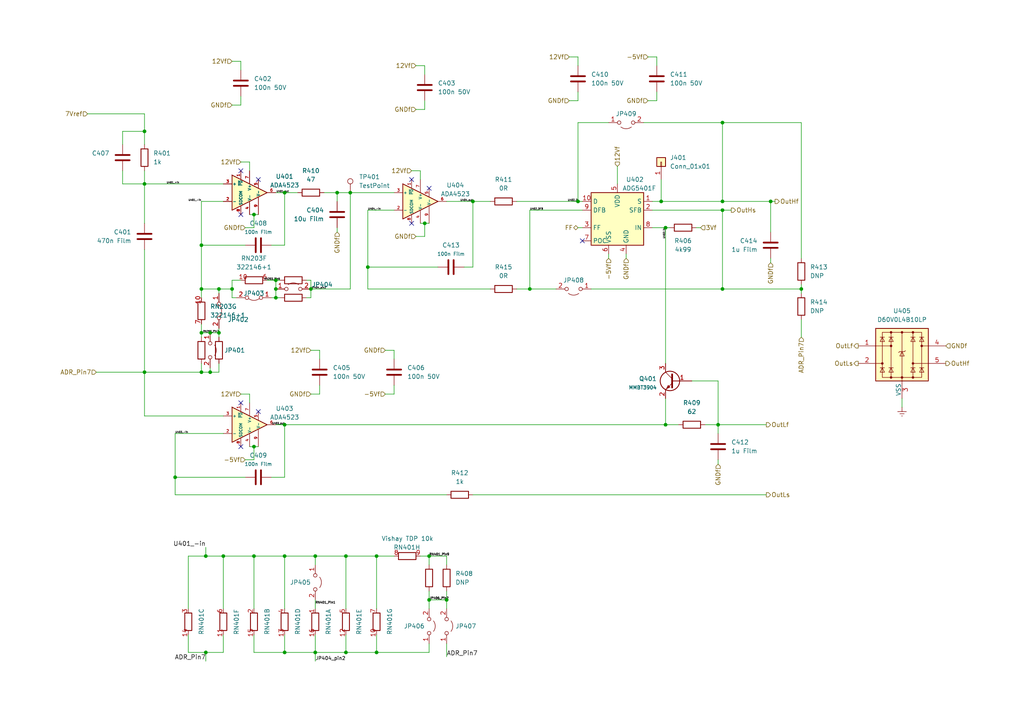
<source format=kicad_sch>
(kicad_sch (version 20211123) (generator eeschema)
  (paper "A4")
  (title_block (title "Buffer and protection") (date "2022-12-26") (rev "0.9") (company "RPG") (comment 1 "All resistors 0.1% MF unless otherwise noted") (comment 2 "All capacitors X7R MLCC unless otherwise noted"))
  (lib_symbols
    (symbol "ADRmu_Library:322146+1" (pin_names (offset 0) hide)
      (property "Reference" "RN" (at 2.032 0 90))
      (property "Value" "322146+1" (at 0 0 90))
      (symbol "322146+1_0_1"
        (rectangle (start 1.016 2.54) (end -1.016 -2.54) (stroke (width 0.254)))
      )
      (symbol "322146+1_1_1"
        (pin passive line (at 0 3.81 270) (length 1.27) (name "1.1") (number "1"))
        (pin passive line (at 0 -3.81 90) (length 1.27) (name "1.2") (number "14"))
      )
      (symbol "322146+1_2_1"
        (pin passive line (at 0 -3.81 90) (length 1.27) (name "R2.2") (number "13"))
        (pin passive line (at 0 3.81 270) (length 1.27) (name "R2.1") (number "2"))
      )
      (symbol "322146+1_3_1"
        (pin passive line (at 0 -3.81 90) (length 1.27) (name "R3.2") (number "12"))
        (pin passive line (at 0 3.81 270) (length 1.27) (name "R3.1") (number "3"))
      )
      (symbol "322146+1_4_1"
        (pin passive line (at 0 -3.81 90) (length 1.27) (name "R4.2") (number "11"))
        (pin passive line (at 0 3.81 270) (length 1.27) (name "R4.1") (number "4"))
      )
      (symbol "322146+1_5_1"
        (pin passive line (at 0 -3.81 90) (length 1.27) (name "R5.2") (number "11"))
        (pin passive line (at 0 3.81 270) (length 1.27) (name "R5.1") (number "5"))
      )
      (symbol "322146+1_6_1"
        (pin passive line (at 0 -3.81 90) (length 1.27) (name "R6.2") (number "10"))
        (pin passive line (at 0 3.81 270) (length 1.27) (name "R6.1") (number "6"))
      )
      (symbol "322146+1_7_1"
        (pin passive line (at 0 -3.81 90) (length 1.27) (name "R7.2") (number "10"))
        (pin passive line (at 0 3.81 270) (length 1.27) (name "R7.1") (number "7"))
      )
      (symbol "322146+1_8_1"
        (pin passive line (at 0 3.81 270) (length 1.27) (name "1.1") (number "8"))
        (pin passive line (at 0 -3.81 90) (length 1.27) (name "8..2") (number "9"))
      )
    )
    (symbol "ADRmu_Library:ADA4523-1" (pin_names (offset 0.127))
      (property "Reference" "U" (at 3.81 3.81 0))
      (property "Value" "ADA4523-1" (at 11.43 -2.54 0))
      (symbol "ADA4523-1_1_1"
        (polyline (pts (xy -5.08 5.08) (xy 5.08 0) (xy -5.08 -5.08) (xy -5.08 5.08)) (stroke (width 0.254)) (fill (type background)))
        (pin input line (at -2.54 6.35 270) (length 2.54) (name "~{PD}") (number "1"))
        (pin input line (at -7.62 -2.54 0) (length 2.54) (name "-") (number "2"))
        (pin input line (at -7.62 2.54 0) (length 2.54) (name "+") (number "3"))
        (pin power_in line (at 0 -6.35 90) (length 3.81) (name "V-") (number "4"))
        (pin free line (at 2.54 3.81 270) (length 2.54) (name "") (number "5"))
        (pin output line (at 7.62 0 180) (length 2.54) (name "~") (number "6"))
        (pin power_in line (at 0 6.35 270) (length 3.81) (name "V+") (number "7"))
        (pin passive line (at -2.54 -6.35 90) (length 2.54) (name "SDCOM") (number "8"))
        (pin power_in line (at 2.54 -6.35 90) (length 5.08) (name "V-") (number "9"))
      )
    )
    (symbol "ADRmu_Library:ADG5401F"
      (property "Reference" "U" (at -8.89 8.89 0))
      (property "Value" "ADG5401F" (at 6.35 8.89 0))
      (property "Footprint" "ADRmu_Library:LFCSP-10" (at 0 0 0))
      (symbol "ADG5401F_0_0"
        (pin bidirectional line (at -10.16 5.08 0) (length 2.54) (name "S") (number "1"))
        (pin bidirectional line (at 10.16 5.08 180) (length 2.54) (name "D") (number "10"))
        (pin bidirectional line (at -10.16 2.54 0) (length 2.54) (name "SFB") (number "2"))
        (pin open_collector line (at 10.16 -2.54 180) (length 2.54) (name "FF") (number "3"))
        (pin power_in line (at -2.54 -10.16 90) (length 2.54) (name "GND") (number "4"))
        (pin power_in line (at 0 10.16 270) (length 2.54) (name "VDD") (number "5"))
        (pin power_in line (at 2.54 -10.16 90) (length 2.54) (name "VSS") (number "6"))
        (pin input line (at 10.16 -6.35 180) (length 2.54) (name "POC") (number "7"))
        (pin input line (at -10.16 -2.54 0) (length 2.54) (name "IN") (number "8"))
        (pin bidirectional line (at 10.16 2.54 180) (length 2.54) (name "DFB") (number "9"))
      )
      (symbol "ADG5401F_0_1"
        (polyline (pts (xy -7.62 7.62) (xy 7.62 7.62) (xy 7.62 -7.62) (xy -7.62 -7.62) (xy -7.62 7.62)) (stroke (width 0.254)) (fill (type background)))
      )
    )
    (symbol "ADRmu_Library:Vishay TDP" (pin_names (offset 0) hide)
      (property "Reference" "RN" (at 2.032 0 90))
      (property "Value" "Vishay TDP" (at 0 0 90))
      (symbol "Vishay TDP_0_1"
        (rectangle (start 1.016 2.54) (end -1.016 -2.54) (stroke (width 0.254)))
      )
      (symbol "Vishay TDP_1_1"
        (pin passive line (at 0 3.81 270) (length 1.27) (name "1.1") (number "1"))
        (pin passive line (at 0 -3.81 90) (length 1.27) (name "1.2") (number "16"))
      )
      (symbol "Vishay TDP_2_1"
        (pin passive line (at 0 -3.81 90) (length 1.27) (name "R2.2") (number "15"))
        (pin passive line (at 0 3.81 270) (length 1.27) (name "R2.1") (number "2"))
      )
      (symbol "Vishay TDP_3_1"
        (pin passive line (at 0 -3.81 90) (length 1.27) (name "R3.2") (number "14"))
        (pin passive line (at 0 3.81 270) (length 1.27) (name "R3.1") (number "3"))
      )
      (symbol "Vishay TDP_4_1"
        (pin passive line (at 0 -3.81 90) (length 1.27) (name "R4.2") (number "13"))
        (pin passive line (at 0 3.81 270) (length 1.27) (name "R4.1") (number "4"))
      )
      (symbol "Vishay TDP_5_1"
        (pin passive line (at 0 -3.81 90) (length 1.27) (name "R5.2") (number "12"))
        (pin passive line (at 0 3.81 270) (length 1.27) (name "R5.1") (number "5"))
      )
      (symbol "Vishay TDP_6_1"
        (pin passive line (at 0 -3.81 90) (length 1.27) (name "R6.2") (number "11"))
        (pin passive line (at 0 3.81 270) (length 1.27) (name "R6.1") (number "6"))
      )
      (symbol "Vishay TDP_7_1"
        (pin passive line (at 0 -3.81 90) (length 1.27) (name "R7.2") (number "10"))
        (pin passive line (at 0 3.81 270) (length 1.27) (name "R7.1") (number "7"))
      )
      (symbol "Vishay TDP_8_1"
        (pin passive line (at 0 3.81 270) (length 1.27) (name "1.1") (number "8"))
        (pin passive line (at 0 -3.81 90) (length 1.27) (name "8..2") (number "9"))
      )
    )
    (symbol "Connector:TestPoint" (pin_numbers hide) (pin_names (offset 0.762) hide)
      (property "Reference" "TP" (at 0 6.858 0))
      (property "Value" "TestPoint" (at 0 5.08 0))
      (symbol "TestPoint_0_1"
        (circle (center 0 3.302) (radius 0.762))
      )
      (symbol "TestPoint_1_1"
        (pin passive line (at 0 0 90) (length 2.54) (name "1") (number "1"))
      )
    )
    (symbol "Connector_Generic:Conn_01x01" (pin_names (offset 1.016) hide)
      (property "Reference" "J" (at 0 2.54 0))
      (property "Value" "Conn_01x01" (at 0 -2.54 0))
      (symbol "Conn_01x01_1_1"
        (rectangle (start -1.27 0.127) (end 0 -0.127) (stroke (width 0.1524)))
        (rectangle (start -1.27 1.27) (end 1.27 -1.27) (stroke (width 0.254)) (fill (type background)))
        (pin passive line (at -5.08 0 0) (length 3.81) (name "Pin_1") (number "1"))
      )
    )
    (symbol "Device:C" (pin_numbers hide) (pin_names (offset 0.254))
      (property "Reference" "C" (at 0.635 2.54 0))
      (property "Value" "C" (at 0.635 -2.54 0))
      (symbol "C_0_1"
        (polyline (pts (xy -2.032 -0.762) (xy 2.032 -0.762)) (stroke (width 0.508)))
        (polyline (pts (xy -2.032 0.762) (xy 2.032 0.762)) (stroke (width 0.508)))
      )
      (symbol "C_1_1"
        (pin passive line (at 0 3.81 270) (length 2.794) (name "~") (number "1"))
        (pin passive line (at 0 -3.81 90) (length 2.794) (name "~") (number "2"))
      )
    )
    (symbol "Device:R" (pin_numbers hide) (pin_names (offset 0))
      (property "Reference" "R" (at 2.032 0 90))
      (property "Value" "R" (at 0 0 90))
      (symbol "R_0_1"
        (rectangle (start -1.016 -2.54) (end 1.016 2.54) (stroke (width 0.254)))
      )
      (symbol "R_1_1"
        (pin passive line (at 0 3.81 270) (length 1.27) (name "~") (number "1"))
        (pin passive line (at 0 -3.81 90) (length 1.27) (name "~") (number "2"))
      )
    )
    (symbol "Jumper:Jumper_2_Bridged" (pin_names (offset 0) hide)
      (property "Reference" "JP" (at 0 1.905 0))
      (property "Value" "Jumper_2_Bridged" (at 0 -2.54 0))
      (symbol "Jumper_2_Bridged_0_0"
        (circle (center -2.032 0) (radius 0.508))
        (circle (center 2.032 0) (radius 0.508))
      )
      (symbol "Jumper_2_Bridged_0_1"
        (arc (start 1.524 0.254) (mid 0 0.762) (end -1.524 0.254))
      )
      (symbol "Jumper_2_Bridged_1_1"
        (pin passive line (at -5.08 0 0) (length 2.54) (name "A") (number "1"))
        (pin passive line (at 5.08 0 180) (length 2.54) (name "B") (number "2"))
      )
    )
    (symbol "Jumper:Jumper_2_Open" (pin_names (offset 0) hide)
      (property "Reference" "JP" (at 0 2.794 0))
      (property "Value" "Jumper_2_Open" (at 0 -2.286 0))
      (symbol "Jumper_2_Open_0_0"
        (circle (center -2.032 0) (radius 0.508))
        (circle (center 2.032 0) (radius 0.508))
      )
      (symbol "Jumper_2_Open_0_1"
        (arc (start 1.524 1.27) (mid 0 1.778) (end -1.524 1.27))
      )
      (symbol "Jumper_2_Open_1_1"
        (pin passive line (at -5.08 0 0) (length 2.54) (name "A") (number "1"))
        (pin passive line (at 5.08 0 180) (length 2.54) (name "B") (number "2"))
      )
    )
    (symbol "Power_Protection:D3V3XA4B10LP" (pin_names (offset 0))
      (property "Reference" "U" (at -0.635 8.89 0))
      (property "Value" "D3V3XA4B10LP" (at 8.89 -10.16 0))
      (symbol "D3V3XA4B10LP_0_0"
        (rectangle (start -5.715 6.477) (end 5.715 -6.604))
        (polyline (pts (xy -3.175 -6.604) (xy -3.175 6.477)))
        (polyline (pts (xy 0 6.477) (xy 0 -6.604)))
        (polyline (pts (xy 3.175 6.477) (xy 3.175 -6.604)))
      )
      (symbol "D3V3XA4B10LP_0_1"
        (rectangle (start -7.62 7.62) (end 7.62 -7.62) (stroke (width 0.254)) (fill (type background)))
        (circle (center -5.715 -2.54) (radius 0.2794) (fill (type outline)))
        (circle (center -3.175 -6.604) (radius 0.2794) (fill (type outline)))
        (circle (center -3.175 2.54) (radius 0.2794) (fill (type outline)))
        (circle (center -3.175 6.477) (radius 0.2794) (fill (type outline)))
        (circle (center 0 -6.604) (radius 0.2794) (fill (type outline)))
        (polyline (pts (xy -7.747 2.54) (xy -3.175 2.54)))
        (polyline (pts (xy -7.62 -2.54) (xy -5.715 -2.54)))
        (polyline (pts (xy -5.08 -3.81) (xy -6.35 -3.81)))
        (polyline (pts (xy -5.08 5.08) (xy -6.35 5.08)))
        (polyline (pts (xy -2.54 -3.81) (xy -3.81 -3.81)))
        (polyline (pts (xy -2.54 5.08) (xy -3.81 5.08)))
        (polyline (pts (xy -0.635 0.889) (xy -1.016 0.635)))
        (polyline (pts (xy 0 -6.604) (xy 0 -7.62)))
        (polyline (pts (xy 0.635 0.889) (xy -0.635 0.889)))
        (polyline (pts (xy 0.635 0.889) (xy 1.016 1.143)))
        (polyline (pts (xy 3.81 -3.81) (xy 2.54 -3.81)))
        (polyline (pts (xy 3.81 5.08) (xy 2.54 5.08)))
        (polyline (pts (xy 6.35 -3.81) (xy 5.08 -3.81)))
        (polyline (pts (xy 6.35 5.08) (xy 5.08 5.08)))
        (polyline (pts (xy 7.62 -2.54) (xy 3.175 -2.54)))
        (polyline (pts (xy 7.62 2.54) (xy 5.715 2.54)))
        (polyline (pts (xy -5.08 -5.08) (xy -6.35 -5.08) (xy -5.715 -3.81) (xy -5.08 -5.08)))
        (polyline (pts (xy -5.08 3.81) (xy -6.35 3.81) (xy -5.715 5.08) (xy -5.08 3.81)))
        (polyline (pts (xy -2.54 -5.08) (xy -3.81 -5.08) (xy -3.175 -3.81) (xy -2.54 -5.08)))
        (polyline (pts (xy -2.54 3.81) (xy -3.81 3.81) (xy -3.175 5.08) (xy -2.54 3.81)))
        (polyline (pts (xy 0.635 -0.381) (xy -0.635 -0.381) (xy 0 0.889) (xy 0.635 -0.381)))
        (polyline (pts (xy 3.81 -5.08) (xy 2.54 -5.08) (xy 3.175 -3.81) (xy 3.81 -5.08)))
        (polyline (pts (xy 3.81 3.81) (xy 2.54 3.81) (xy 3.175 5.08) (xy 3.81 3.81)))
        (polyline (pts (xy 6.35 -5.08) (xy 5.08 -5.08) (xy 5.715 -3.81) (xy 6.35 -5.08)))
        (polyline (pts (xy 6.35 3.81) (xy 5.08 3.81) (xy 5.715 5.08) (xy 6.35 3.81)))
        (circle (center 0 6.477) (radius 0.2794) (fill (type outline)))
        (circle (center 3.175 -6.604) (radius 0.2794) (fill (type outline)))
        (circle (center 3.175 -2.54) (radius 0.2794) (fill (type outline)))
        (circle (center 3.175 6.477) (radius 0.2794) (fill (type outline)))
        (circle (center 5.715 2.54) (radius 0.2794) (fill (type outline)))
      )
      (symbol "D3V3XA4B10LP_1_1"
        (pin passive line (at -12.7 2.54 0) (length 5.08) (name "~") (number "1"))
        (pin no_connect line (at -5.08 7.62 0) (length 5.08) hide (name "NC") (number "10"))
        (pin passive line (at -12.7 -2.54 0) (length 5.08) (name "~") (number "2"))
        (pin power_in line (at 0 -12.7 90) (length 5.08) (name "VSS") (number "3"))
        (pin passive line (at 12.7 2.54 180) (length 5.08) (name "~") (number "4"))
        (pin passive line (at 12.7 -2.54 180) (length 5.08) (name "~") (number "5"))
        (pin no_connect line (at 5.08 -7.62 180) (length 5.08) hide (name "NC") (number "6"))
        (pin no_connect line (at 5.08 7.62 180) (length 5.08) hide (name "NC") (number "7"))
        (pin passive line (at 0 -12.7 90) (length 5.08) hide (name "VSS") (number "8"))
        (pin no_connect line (at -5.08 -7.62 0) (length 5.08) hide (name "NC") (number "9"))
      )
    )
    (symbol "Transistor_BJT:MMBT3904" (pin_names (offset 0) hide)
      (property "Reference" "Q" (at 5.08 1.905 0))
      (property "Value" "MMBT3904" (at 5.08 0 0))
      (symbol "MMBT3904_0_1"
        (polyline (pts (xy 0.635 0.635) (xy 2.54 2.54)))
        (polyline (pts (xy 0.635 -0.635) (xy 2.54 -2.54) (xy 2.54 -2.54)))
        (polyline (pts (xy 0.635 1.905) (xy 0.635 -1.905) (xy 0.635 -1.905)) (stroke (width 0.508)))
        (polyline (pts (xy 1.27 -1.778) (xy 1.778 -1.27) (xy 2.286 -2.286) (xy 1.27 -1.778) (xy 1.27 -1.778)) (fill (type outline)))
        (circle (center 1.27 0) (radius 2.8194) (stroke (width 0.254)))
      )
      (symbol "MMBT3904_1_1"
        (pin input line (at -5.08 0 0) (length 5.715) (name "B") (number "1"))
        (pin passive line (at 2.54 -5.08 90) (length 2.54) (name "E") (number "2"))
        (pin passive line (at 2.54 5.08 270) (length 2.54) (name "C") (number "3"))
      )
    )
    (symbol "power:Earth" (power) (pin_names (offset 0))
      (symbol "Earth_0_1"
        (polyline (pts (xy -0.635 -1.905) (xy 0.635 -1.905)))
        (polyline (pts (xy -0.127 -2.54) (xy 0.127 -2.54)))
        (polyline (pts (xy 0 -1.27) (xy 0 0)))
        (polyline (pts (xy 1.27 -1.27) (xy -1.27 -1.27)))
      )
      (symbol "Earth_1_1"
        (pin power_in line (at 0 0 270) (length 0) hide (name "Earth") (number "1"))
      )
    )
  )
  (junction (at 82.55 161.29))
  (junction (at 82.55 189.23))
  (junction (at 64.77 161.29))
  (junction (at 59.69 189.23))
  (junction (at 101.6 55.88))
  (junction (at 209.55 58.42))
  (junction (at 153.67 83.82))
  (junction (at 82.55 123.19))
  (junction (at 41.91 38.1))
  (junction (at 80.01 83.82))
  (junction (at 67.31 83.82))
  (junction (at 73.66 62.23))
  (junction (at 124.46 161.29))
  (junction (at 97.79 55.88))
  (junction (at 209.55 83.82))
  (junction (at 124.46 173.99))
  (junction (at 58.42 96.52))
  (junction (at 59.69 161.29))
  (junction (at 63.5 83.82))
  (junction (at 50.8 138.43))
  (junction (at 106.68 77.47))
  (junction (at 60.96 96.52))
  (junction (at 73.66 161.29))
  (junction (at 129.54 173.99))
  (junction (at 91.44 161.29))
  (junction (at 58.42 83.82))
  (junction (at 73.66 129.54))
  (junction (at 90.17 83.82))
  (junction (at 82.55 55.88))
  (junction (at 167.64 58.42))
  (junction (at 191.77 58.42))
  (junction (at 193.04 123.19))
  (junction (at 109.22 161.29))
  (junction (at 58.42 107.95))
  (junction (at 41.91 107.95))
  (junction (at 41.91 53.34))
  (junction (at 137.16 58.42))
  (junction (at 232.41 83.82))
  (junction (at 63.5 96.52))
  (junction (at 109.22 189.23))
  (junction (at 58.42 71.12))
  (junction (at 100.33 161.29))
  (junction (at 60.96 107.95))
  (junction (at 80.01 86.36))
  (junction (at 80.01 81.28))
  (junction (at 209.55 35.56))
  (junction (at 209.55 60.96))
  (junction (at 193.04 66.04))
  (junction (at 123.19 64.77))
  (junction (at 223.52 58.42))
  (junction (at 208.28 123.19))
  (junction (at 91.44 189.23))
  (junction (at 100.33 189.23))
  (no_connect (at 119.38 52.07))
  (no_connect (at 119.38 64.77))
  (no_connect (at 69.85 62.23))
  (no_connect (at 69.85 129.54))
  (no_connect (at 69.85 49.53))
  (no_connect (at 69.85 116.84))
  (no_connect (at 74.93 52.07))
  (no_connect (at 124.46 54.61))
  (no_connect (at 74.93 119.38))
  (no_connect (at 168.91 69.85))
  (wire (pts (xy 153.67 60.96) (xy 153.67 83.82)))
  (wire (pts (xy 209.55 83.82) (xy 232.41 83.82)))
  (wire (pts (xy 50.8 125.73) (xy 64.77 125.73)))
  (wire (pts (xy 60.96 106.68) (xy 60.96 107.95)))
  (wire (pts (xy 123.19 68.58) (xy 120.65 68.58)))
  (wire (pts (xy 68.58 86.36) (xy 67.31 86.36)))
  (wire (pts (xy 153.67 60.96) (xy 168.91 60.96)))
  (wire (pts (xy 101.6 55.88) (xy 97.79 55.88)))
  (wire (pts (xy 90.17 83.82) (xy 90.17 86.36)))
  (wire (pts (xy 123.19 64.77) (xy 123.19 68.58)))
  (wire (pts (xy 209.55 60.96) (xy 212.09 60.96)))
  (wire (pts (xy 25.4 33.02) (xy 41.91 33.02)))
  (wire (pts (xy 71.12 71.12) (xy 58.42 71.12)))
  (wire (pts (xy 74.93 62.23) (xy 73.66 62.23)))
  (wire (pts (xy 80.01 55.88) (xy 82.55 55.88)))
  (wire (pts (xy 80.01 83.82) (xy 80.01 86.36)))
  (wire (pts (xy 41.91 72.39) (xy 41.91 107.95)))
  (wire (pts (xy 187.96 29.21) (xy 190.5 29.21)))
  (wire (pts (xy 90.17 114.3) (xy 92.71 114.3)))
  (wire (pts (xy 90.17 81.28) (xy 90.17 83.82)))
  (wire (pts (xy 58.42 83.82) (xy 63.5 83.82)))
  (wire (pts (xy 120.65 31.75) (xy 123.19 31.75)))
  (wire (pts (xy 67.31 86.36) (xy 67.31 83.82)))
  (wire (pts (xy 60.96 107.95) (xy 63.5 107.95)))
  (wire (pts (xy 232.41 92.71) (xy 232.41 97.79)))
  (wire (pts (xy 114.3 101.6) (xy 114.3 104.14)))
  (wire (pts (xy 91.44 173.99) (xy 91.44 176.53)))
  (wire (pts (xy 223.52 67.31) (xy 223.52 58.42)))
  (wire (pts (xy 59.69 161.29) (xy 64.77 161.29)))
  (wire (pts (xy 58.42 105.41) (xy 58.42 107.95)))
  (wire (pts (xy 73.66 129.54) (xy 73.66 133.35)))
  (wire (pts (xy 109.22 184.15) (xy 109.22 189.23)))
  (wire (pts (xy 59.69 189.23) (xy 59.69 191.77)))
  (wire (pts (xy 82.55 189.23) (xy 91.44 189.23)))
  (wire (pts (xy 165.1 29.21) (xy 167.64 29.21)))
  (wire (pts (xy 191.77 58.42) (xy 191.77 52.07)))
  (wire (pts (xy 208.28 123.19) (xy 204.47 123.19)))
  (wire (pts (xy 149.86 83.82) (xy 153.67 83.82)))
  (wire (pts (xy 232.41 82.55) (xy 232.41 83.82)))
  (wire (pts (xy 63.5 105.41) (xy 63.5 107.95)))
  (wire (pts (xy 124.46 189.23) (xy 124.46 186.69)))
  (wire (pts (xy 193.04 115.57) (xy 193.04 123.19)))
  (wire (pts (xy 78.74 71.12) (xy 82.55 71.12)))
  (wire (pts (xy 181.61 74.93) (xy 181.61 73.66)))
  (wire (pts (xy 92.71 101.6) (xy 92.71 104.14)))
  (wire (pts (xy 209.55 58.42) (xy 223.52 58.42)))
  (wire (pts (xy 149.86 58.42) (xy 167.64 58.42)))
  (wire (pts (xy 232.41 85.09) (xy 232.41 83.82)))
  (wire (pts (xy 186.69 35.56) (xy 209.55 35.56)))
  (wire (pts (xy 73.66 161.29) (xy 82.55 161.29)))
  (wire (pts (xy 167.64 35.56) (xy 176.53 35.56)))
  (wire (pts (xy 82.55 161.29) (xy 91.44 161.29)))
  (wire (pts (xy 67.31 30.48) (xy 69.85 30.48)))
  (wire (pts (xy 50.8 125.73) (xy 50.8 138.43)))
  (wire (pts (xy 100.33 184.15) (xy 100.33 189.23)))
  (wire (pts (xy 129.54 58.42) (xy 137.16 58.42)))
  (wire (pts (xy 223.52 58.42) (xy 224.79 58.42)))
  (wire (pts (xy 129.54 190.5) (xy 129.54 186.69)))
  (wire (pts (xy 127 77.47) (xy 106.68 77.47)))
  (wire (pts (xy 69.85 17.78) (xy 69.85 20.32)))
  (wire (pts (xy 179.07 48.26) (xy 179.07 53.34)))
  (wire (pts (xy 80.01 86.36) (xy 81.28 86.36)))
  (wire (pts (xy 120.65 19.05) (xy 123.19 19.05)))
  (wire (pts (xy 167.64 26.67) (xy 167.64 29.21)))
  (wire (pts (xy 35.56 53.34) (xy 41.91 53.34)))
  (wire (pts (xy 58.42 83.82) (xy 58.42 86.36)))
  (wire (pts (xy 190.5 26.67) (xy 190.5 29.21)))
  (wire (pts (xy 72.39 114.3) (xy 72.39 116.84)))
  (wire (pts (xy 129.54 176.53) (xy 129.54 173.99)))
  (wire (pts (xy 82.55 184.15) (xy 82.55 189.23)))
  (wire (pts (xy 187.96 16.51) (xy 190.5 16.51)))
  (wire (pts (xy 73.66 66.04) (xy 71.12 66.04)))
  (wire (pts (xy 82.55 71.12) (xy 82.55 55.88)))
  (wire (pts (xy 63.5 97.79) (xy 63.5 96.52)))
  (wire (pts (xy 82.55 161.29) (xy 82.55 176.53)))
  (wire (pts (xy 109.22 189.23) (xy 124.46 189.23)))
  (wire (pts (xy 261.62 118.11) (xy 261.62 115.57)))
  (wire (pts (xy 91.44 161.29) (xy 100.33 161.29)))
  (wire (pts (xy 114.3 111.76) (xy 114.3 114.3)))
  (wire (pts (xy 69.85 27.94) (xy 69.85 30.48)))
  (wire (pts (xy 27.94 107.95) (xy 41.91 107.95)))
  (wire (pts (xy 106.68 83.82) (xy 142.24 83.82)))
  (wire (pts (xy 119.38 49.53) (xy 121.92 49.53)))
  (wire (pts (xy 114.3 60.96) (xy 106.68 60.96)))
  (wire (pts (xy 73.66 184.15) (xy 73.66 189.23)))
  (wire (pts (xy 167.64 16.51) (xy 167.64 19.05)))
  (wire (pts (xy 69.85 46.99) (xy 72.39 46.99)))
  (wire (pts (xy 124.46 161.29) (xy 129.54 161.29)))
  (wire (pts (xy 153.67 83.82) (xy 161.29 83.82)))
  (wire (pts (xy 137.16 77.47) (xy 137.16 58.42)))
  (wire (pts (xy 41.91 64.77) (xy 41.91 53.34)))
  (wire (pts (xy 201.93 66.04) (xy 203.2 66.04)))
  (wire (pts (xy 63.5 95.25) (xy 63.5 96.52)))
  (wire (pts (xy 78.74 138.43) (xy 82.55 138.43)))
  (wire (pts (xy 129.54 173.99) (xy 129.54 171.45)))
  (wire (pts (xy 209.55 35.56) (xy 232.41 35.56)))
  (wire (pts (xy 189.23 66.04) (xy 193.04 66.04)))
  (wire (pts (xy 91.44 189.23) (xy 91.44 191.77)))
  (wire (pts (xy 124.46 176.53) (xy 124.46 173.99)))
  (wire (pts (xy 111.76 114.3) (xy 114.3 114.3)))
  (wire (pts (xy 35.56 49.53) (xy 35.56 53.34)))
  (wire (pts (xy 50.8 143.51) (xy 50.8 138.43)))
  (wire (pts (xy 54.61 161.29) (xy 59.69 161.29)))
  (wire (pts (xy 121.92 161.29) (xy 124.46 161.29)))
  (wire (pts (xy 41.91 53.34) (xy 64.77 53.34)))
  (wire (pts (xy 165.1 16.51) (xy 167.64 16.51)))
  (wire (pts (xy 72.39 46.99) (xy 72.39 49.53)))
  (wire (pts (xy 69.85 114.3) (xy 72.39 114.3)))
  (wire (pts (xy 176.53 74.93) (xy 176.53 73.66)))
  (wire (pts (xy 109.22 161.29) (xy 109.22 176.53)))
  (wire (pts (xy 106.68 77.47) (xy 106.68 83.82)))
  (wire (pts (xy 91.44 161.29) (xy 91.44 163.83)))
  (wire (pts (xy 208.28 125.73) (xy 208.28 123.19)))
  (wire (pts (xy 232.41 74.93) (xy 232.41 35.56)))
  (wire (pts (xy 100.33 161.29) (xy 100.33 176.53)))
  (wire (pts (xy 59.69 189.23) (xy 64.77 189.23)))
  (wire (pts (xy 63.5 96.52) (xy 60.96 96.52)))
  (wire (pts (xy 124.46 173.99) (xy 124.46 171.45)))
  (wire (pts (xy 189.23 58.42) (xy 191.77 58.42)))
  (wire (pts (xy 41.91 33.02) (xy 41.91 38.1)))
  (wire (pts (xy 81.28 81.28) (xy 80.01 81.28)))
  (wire (pts (xy 93.98 55.88) (xy 97.79 55.88)))
  (wire (pts (xy 90.17 86.36) (xy 88.9 86.36)))
  (wire (pts (xy 88.9 81.28) (xy 90.17 81.28)))
  (wire (pts (xy 121.92 49.53) (xy 121.92 52.07)))
  (wire (pts (xy 90.17 101.6) (xy 92.71 101.6)))
  (wire (pts (xy 101.6 83.82) (xy 101.6 55.88)))
  (wire (pts (xy 64.77 161.29) (xy 64.77 176.53)))
  (wire (pts (xy 92.71 111.76) (xy 92.71 114.3)))
  (wire (pts (xy 129.54 143.51) (xy 50.8 143.51)))
  (wire (pts (xy 134.62 77.47) (xy 137.16 77.47)))
  (wire (pts (xy 111.76 101.6) (xy 114.3 101.6)))
  (wire (pts (xy 59.69 158.75) (xy 59.69 161.29)))
  (wire (pts (xy 41.91 120.65) (xy 41.91 107.95)))
  (wire (pts (xy 80.01 81.28) (xy 80.01 83.82)))
  (wire (pts (xy 35.56 41.91) (xy 35.56 38.1)))
  (wire (pts (xy 200.66 110.49) (xy 208.28 110.49)))
  (wire (pts (xy 64.77 58.42) (xy 58.42 58.42)))
  (wire (pts (xy 35.56 38.1) (xy 41.91 38.1)))
  (wire (pts (xy 208.28 134.62) (xy 208.28 133.35)))
  (wire (pts (xy 223.52 74.93) (xy 223.52 76.2)))
  (wire (pts (xy 167.64 58.42) (xy 168.91 58.42)))
  (wire (pts (xy 190.5 16.51) (xy 190.5 19.05)))
  (wire (pts (xy 193.04 66.04) (xy 193.04 105.41)))
  (wire (pts (xy 54.61 189.23) (xy 59.69 189.23)))
  (wire (pts (xy 58.42 93.98) (xy 58.42 96.52)))
  (wire (pts (xy 82.55 123.19) (xy 82.55 138.43)))
  (wire (pts (xy 208.28 110.49) (xy 208.28 123.19)))
  (wire (pts (xy 73.66 129.54) (xy 72.39 129.54)))
  (wire (pts (xy 208.28 123.19) (xy 222.25 123.19)))
  (wire (pts (xy 63.5 83.82) (xy 63.5 85.09)))
  (wire (pts (xy 97.79 58.42) (xy 97.79 55.88)))
  (wire (pts (xy 67.31 81.28) (xy 69.85 81.28)))
  (wire (pts (xy 91.44 189.23) (xy 100.33 189.23)))
  (wire (pts (xy 97.79 67.31) (xy 97.79 66.04)))
  (wire (pts (xy 58.42 96.52) (xy 58.42 97.79)))
  (wire (pts (xy 90.17 83.82) (xy 101.6 83.82)))
  (wire (pts (xy 64.77 189.23) (xy 64.77 184.15)))
  (wire (pts (xy 54.61 184.15) (xy 54.61 189.23)))
  (wire (pts (xy 209.55 60.96) (xy 209.55 83.82)))
  (wire (pts (xy 74.93 129.54) (xy 73.66 129.54)))
  (wire (pts (xy 109.22 161.29) (xy 114.3 161.29)))
  (wire (pts (xy 77.47 81.28) (xy 80.01 81.28)))
  (wire (pts (xy 80.01 123.19) (xy 82.55 123.19)))
  (wire (pts (xy 222.25 143.51) (xy 137.16 143.51)))
  (wire (pts (xy 100.33 161.29) (xy 109.22 161.29)))
  (wire (pts (xy 106.68 60.96) (xy 106.68 77.47)))
  (wire (pts (xy 41.91 38.1) (xy 41.91 41.91)))
  (wire (pts (xy 63.5 83.82) (xy 67.31 83.82)))
  (wire (pts (xy 67.31 17.78) (xy 69.85 17.78)))
  (wire (pts (xy 41.91 107.95) (xy 58.42 107.95)))
  (wire (pts (xy 193.04 66.04) (xy 194.31 66.04)))
  (wire (pts (xy 123.19 19.05) (xy 123.19 21.59)))
  (wire (pts (xy 82.55 123.19) (xy 193.04 123.19)))
  (wire (pts (xy 67.31 83.82) (xy 67.31 81.28)))
  (wire (pts (xy 73.66 189.23) (xy 82.55 189.23)))
  (wire (pts (xy 50.8 138.43) (xy 71.12 138.43)))
  (wire (pts (xy 58.42 71.12) (xy 58.42 83.82)))
  (wire (pts (xy 73.66 62.23) (xy 72.39 62.23)))
  (wire (pts (xy 123.19 29.21) (xy 123.19 31.75)))
  (wire (pts (xy 137.16 58.42) (xy 142.24 58.42)))
  (wire (pts (xy 191.77 58.42) (xy 209.55 58.42)))
  (wire (pts (xy 167.64 66.04) (xy 168.91 66.04)))
  (wire (pts (xy 58.42 58.42) (xy 58.42 71.12)))
  (wire (pts (xy 114.3 55.88) (xy 101.6 55.88)))
  (wire (pts (xy 124.46 64.77) (xy 123.19 64.77)))
  (wire (pts (xy 171.45 83.82) (xy 209.55 83.82)))
  (wire (pts (xy 58.42 107.95) (xy 60.96 107.95)))
  (wire (pts (xy 167.64 58.42) (xy 167.64 35.56)))
  (wire (pts (xy 82.55 55.88) (xy 86.36 55.88)))
  (wire (pts (xy 124.46 163.83) (xy 124.46 161.29)))
  (wire (pts (xy 73.66 161.29) (xy 73.66 176.53)))
  (wire (pts (xy 123.19 64.77) (xy 121.92 64.77)))
  (wire (pts (xy 73.66 133.35) (xy 71.12 133.35)))
  (wire (pts (xy 209.55 35.56) (xy 209.55 58.42)))
  (wire (pts (xy 129.54 163.83) (xy 129.54 161.29)))
  (wire (pts (xy 73.66 62.23) (xy 73.66 66.04)))
  (wire (pts (xy 124.46 173.99) (xy 129.54 173.99)))
  (wire (pts (xy 193.04 123.19) (xy 196.85 123.19)))
  (wire (pts (xy 100.33 189.23) (xy 109.22 189.23)))
  (wire (pts (xy 64.77 161.29) (xy 73.66 161.29)))
  (wire (pts (xy 78.74 86.36) (xy 80.01 86.36)))
  (wire (pts (xy 60.96 96.52) (xy 58.42 96.52)))
  (wire (pts (xy 54.61 176.53) (xy 54.61 161.29)))
  (wire (pts (xy 64.77 120.65) (xy 41.91 120.65)))
  (wire (pts (xy 41.91 49.53) (xy 41.91 53.34)))
  (wire (pts (xy 91.44 184.15) (xy 91.44 189.23)))
  (wire (pts (xy 189.23 60.96) (xy 209.55 60.96)))
  (label "U402_D" (at 167.64 58.42 180) (effects (font (size 0.5 0.5))))
  (label "U403_-in" (at 50.8 125.73 0) (effects (font (size 0.5 0.5))))
  (label "U401_-in" (at 59.69 158.75 180))
  (label "JP404_pin2" (at 91.44 191.77 0) (effects (font (size 1 1))))
  (label "U402_in" (at 193.04 66.04 270) (effects (font (size 0.5 0.5))))
  (label "U402_DFB" (at 153.67 60.96 0) (effects (font (size 0.5 0.5))))
  (label "RN401_Pin9" (at 124.46 161.29 0) (effects (font (size 0.635 0.635))))
  (label "RN203_Pin7" (at 63.5 96.52 180) (effects (font (size 0.5 0.5))))
  (label "U403_out" (at 82.55 123.19 180) (effects (font (size 0.5 0.5))))
  (label "ADR_Pin7" (at 59.69 191.6668 180))
  (label "JP404_pin2" (at 90.17 83.82 0) (effects (font (size 0.5 0.5))))
  (label "U401_-in" (at 58.42 58.42 180) (effects (font (size 0.5 0.5))))
  (label "U401_+in" (at 52.07 53.34 180) (effects (font (size 0.5 0.5))))
  (label "U401_out" (at 83.82 55.88 180) (effects (font (size 0.5 0.5))))
  (label "U404_-in" (at 106.68 60.96 0) (effects (font (size 0.5 0.5))))
  (label "U404_out" (at 137.16 58.42 180) (effects (font (size 0.5 0.5))))
  (label "JP406_Pin2" (at 124.46 173.99 0) (effects (font (size 0.635 0.635))))
  (label "RN401_Pin1" (at 91.44 175.26 0) (effects (font (size 0.635 0.635))))
  (label "RN203_Pin6" (at 81.28 81.28 180) (effects (font (size 0.5 0.5))))
  (label "ADR_Pin7" (at 129.54 190.5 0))
  (hierarchical_label "OutHf" (shape output) (at 274.32 105.41 0))
  (hierarchical_label "12Vf" (shape input) (at 69.85 46.99 180))
  (hierarchical_label "12Vf" (shape input) (at 67.31 17.78 180))
  (hierarchical_label "-5Vf" (shape input) (at 71.12 133.35 180))
  (hierarchical_label "GNDf" (shape input) (at 274.32 100.33 0))
  (hierarchical_label "OutHs" (shape output) (at 212.09 60.96 0))
  (hierarchical_label "GNDf" (shape input) (at 181.61 74.93 270))
  (hierarchical_label "3Vf" (shape input) (at 203.2 66.04 0))
  (hierarchical_label "GNDf" (shape input) (at 97.79 67.31 270))
  (hierarchical_label "12Vf" (shape input) (at 179.07 48.26 90))
  (hierarchical_label "12Vf" (shape input) (at 120.65 19.05 180))
  (hierarchical_label "FF" (shape bidirectional) (at 167.64 66.04 180))
  (hierarchical_label "GNDf" (shape input) (at 223.52 76.2 270))
  (hierarchical_label "GNDf" (shape input) (at 120.65 68.58 180))
  (hierarchical_label "GNDf" (shape input) (at 208.28 134.62 270))
  (hierarchical_label "7Vref" (shape input) (at 25.4 33.02 180))
  (hierarchical_label "12Vf" (shape input) (at 90.17 101.6 180))
  (hierarchical_label "-5Vf" (shape input) (at 111.76 114.3 180))
  (hierarchical_label "-5Vf" (shape input) (at 176.53 74.93 270))
  (hierarchical_label "GNDf" (shape input) (at 187.96 29.21 180))
  (hierarchical_label "OutHf" (shape output) (at 224.79 58.42 0))
  (hierarchical_label "OutLs" (shape output) (at 248.92 105.41 180))
  (hierarchical_label "OutLf" (shape output) (at 248.92 100.33 180))
  (hierarchical_label "GNDf" (shape input) (at 165.1 29.21 180))
  (hierarchical_label "ADR_Pin7" (shape input) (at 232.41 97.79 270))
  (hierarchical_label "12Vf" (shape input) (at 119.38 49.53 180))
  (hierarchical_label "OutLf" (shape output) (at 222.25 123.19 0))
  (hierarchical_label "-5Vf" (shape input) (at 187.96 16.51 180))
  (hierarchical_label "12Vf" (shape input) (at 165.1 16.51 180))
  (hierarchical_label "OutLs" (shape output) (at 222.25 143.51 0))
  (hierarchical_label "GNDf" (shape input) (at 71.12 66.04 180))
  (hierarchical_label "GNDf" (shape input) (at 90.17 114.3 180))
  (hierarchical_label "GNDf" (shape input) (at 111.76 101.6 180))
  (hierarchical_label "12Vf" (shape input) (at 69.85 114.3 180))
  (hierarchical_label "GNDf" (shape input) (at 120.65 31.75 180))
  (hierarchical_label "ADR_Pin7" (shape input) (at 27.94 107.95 180))
  (hierarchical_label "GNDf" (shape input) (at 67.31 30.48 180))
  (symbol (lib_id "Device:C") (at 223.52 71.12 0) (unit 1)
    (property "Reference" "C414" (at 219.71 69.8499 0) (effects (justify right)))
    (property "Value" "1u Film" (at 219.71 72.3899 0) (effects (justify right)))
    (property "Footprint" "Capacitor_THT:C_Rect_L4.6mm_W5.5mm_P2.50mm_MKS02_FKP02" (effects hide))
  )
  (symbol (lib_id "Device:R") (at 232.41 78.74 180) (unit 1) (in_bom no)
    (property "Reference" "R413" (at 234.95 77.4699 0) (effects (justify right)))
    (property "Value" "DNP" (at 234.95 80.0099 0) (effects (justify right)))
    (property "Footprint" "Resistor_SMD:R_0805_2012Metric" (effects hide))
  )
  (symbol (lib_id "Device:R") (at 41.91 45.72 180) (unit 1)
    (property "Reference" "R401" (at 44.45 44.4499 0) (effects (justify right)))
    (property "Value" "1k" (at 44.45 46.9899 0) (effects (justify right)))
    (property "Footprint" "Resistor_SMD:R_0805_2012Metric" (effects hide))
  )
  (symbol (lib_id "Device:R") (at 133.35 143.51 270) (unit 1)
    (property "Reference" "R412" (at 133.35 137.16 90))
    (property "Value" "1k" (at 133.35 139.7 90))
    (property "Footprint" "Resistor_SMD:R_0805_2012Metric" (effects hide))
  )
  (symbol (lib_id "ADRmu_Library:Vishay TDP") (at 54.61 180.34 0) (unit 3) (in_bom no)
    (property "Reference" "RN401" (at 58.42 184.15 90) (effects (justify left)))
    (property "Value" "Vishay TDP 10k" (effects hide))
    (property "Footprint" "Package_DIP:DIP-16_W7.62mm" (effects hide))
    (property "Datasheet" "https://www.vishay.com/docs/60045/tdp.pdf" (effects hide))
  )
  (symbol (lib_id "Connector_Generic:Conn_01x01") (at 191.77 46.99 90) (unit 1) (in_bom no)
    (property "Reference" "J401" (at 194.31 45.7199 90) (effects (justify right)))
    (property "Value" "Conn_01x01" (at 194.31 48.2599 90) (effects (justify right)))
    (property "Footprint" "Connector_Wire:SolderWirePad_1x01_SMD_1x2mm" (effects hide))
  )
  (symbol (lib_id "ADRmu_Library:Vishay TDP") (at 73.66 180.34 0) (unit 2) (in_bom no)
    (property "Reference" "RN401" (at 77.47 184.15 90) (effects (justify left)))
    (property "Value" "Vishay TDP 10k" (effects hide))
    (property "Footprint" "Package_DIP:DIP-16_W7.62mm" (effects hide))
    (property "Datasheet" "https://www.vishay.com/docs/60045/tdp.pdf" (effects hide))
  )
  (symbol (lib_id "Device:R") (at 85.09 86.36 90) (unit 1) (in_bom no)
    (property "Reference" "R405" (effects hide))
    (property "Value" "0" (effects hide))
    (property "Footprint" "Crystal:Crystal_HC52-U_Vertical" (effects hide))
  )
  (symbol (lib_id "ADRmu_Library:Vishay TDP") (at 64.77 180.34 0) (unit 6) (in_bom no)
    (property "Reference" "RN401" (at 68.58 184.15 90) (effects (justify left)))
    (property "Value" "Vishay TDP 10k" (effects hide))
    (property "Footprint" "Package_DIP:DIP-16_W7.62mm" (effects hide))
    (property "Datasheet" "https://www.vishay.com/docs/60045/tdp.pdf" (effects hide))
  )
  (symbol (lib_id "Device:R") (at 58.42 101.6 0) (unit 1) (in_bom no)
    (property "Reference" "R402" (effects hide))
    (property "Value" "0" (effects hide))
    (property "Footprint" "Crystal:Crystal_HC52-U_Vertical" (effects hide))
  )
  (symbol (lib_id "ADRmu_Library:Vishay TDP") (at 118.11 161.29 90) (mirror x) (unit 8) (in_bom no)
    (property "Reference" "RN401" (at 121.92 158.75 90) (effects (justify left)))
    (property "Value" "Vishay TDP 10k" (at 125.73 156.21 90) (effects (justify left)))
    (property "Footprint" "Package_DIP:DIP-16_W7.62mm" (effects hide))
    (property "Datasheet" "https://www.vishay.com/docs/60045/tdp.pdf" (effects hide))
  )
  (symbol (lib_id "Device:R") (at 85.09 81.28 90) (unit 1) (in_bom no)
    (property "Reference" "R404" (effects hide))
    (property "Value" "0" (effects hide))
    (property "Footprint" "Resistor_SMD:R_0805_2012Metric" (effects hide))
  )
  (symbol (lib_id "Device:C") (at 74.93 71.12 270) (unit 1)
    (property "Reference" "C408" (at 74.93 64.77 90))
    (property "Value" "100n Film" (at 74.93 67.31 90) (effects (font (size 1.016 1.016))))
    (property "Footprint" "Capacitor_THT:C_Rect_L7.2mm_W2.5mm_P5.00mm_FKS2_FKP2_MKS2_MKP2" (effects hide))
  )
  (symbol (lib_id "Device:C") (at 97.79 62.23 0) (unit 1)
    (property "Reference" "C404" (at 93.98 60.9599 0) (effects (justify right)))
    (property "Value" "10u Film" (at 93.98 63.4999 0) (effects (justify right)))
    (property "Footprint" "Capacitor_THT:C_Rect_L7.2mm_W11.0mm_P5.00mm_FKS2_FKP2_MKS2_MKP2" (effects hide))
  )
  (symbol (lib_id "ADRmu_Library:ADA4523-1") (at 72.39 123.19 0) (unit 1)
    (property "Reference" "U403" (at 82.55 118.491 0))
    (property "Value" "ADA4523" (at 82.55 121.031 0))
    (property "Footprint" "Package_CSP:LFCSP-8-1EP_3x3mm_P0.5mm_EP1.6x2.34mm" (effects hide))
    (property "Datasheet" "https://www.analog.com/media/en/technical-documentation/data-sheets/ada4523-1.pdf" (effects hide))
  )
  (symbol (lib_id "Device:R") (at 124.46 167.64 0) (mirror x) (unit 1) (in_bom no)
    (property "Reference" "R407" (effects hide))
    (property "Value" "DNP" (effects hide))
    (property "Footprint" "Crystal:Crystal_HC52-U_Vertical" (effects hide))
  )
  (symbol (lib_id "Device:C") (at 130.81 77.47 270) (unit 1)
    (property "Reference" "C413" (at 130.81 71.12 90))
    (property "Value" "100n Film" (at 130.81 73.66 90) (effects (font (size 1.016 1.016))))
    (property "Footprint" "Capacitor_THT:C_Rect_L7.2mm_W2.5mm_P5.00mm_FKS2_FKP2_MKS2_MKP2" (effects hide))
  )
  (symbol (lib_id "Device:C") (at 208.28 129.54 0) (unit 1)
    (property "Reference" "C412" (at 212.09 128.2699 0) (effects (justify left)))
    (property "Value" "1u Film" (at 212.09 130.8099 0) (effects (justify left)))
    (property "Footprint" "Capacitor_THT:C_Rect_L4.6mm_W5.5mm_P2.50mm_MKS02_FKP02" (effects hide))
  )
  (symbol (lib_id "Jumper:Jumper_2_Bridged") (at 73.66 86.36 180) (unit 1) (in_bom no)
    (property "Reference" "JP403" (at 73.66 85.09 0))
    (property "Value" "Jumper_2_Bridged" (effects hide))
    (property "Footprint" "Jumper:SolderJumper-2_P1.3mm_Bridged_RoundedPad1.0x1.5mm" (effects hide))
  )
  (symbol (lib_id "power:Earth") (at 261.62 118.11 0) (unit 1)
    (property "Reference" "#PWR0104" (effects hide))
    (property "Value" "Earth" (effects hide))
  )
  (symbol (lib_id "Device:C") (at 41.91 68.58 180) (unit 1)
    (property "Reference" "C401" (at 38.1 67.3099 0) (effects (justify left)))
    (property "Value" "470n Film" (at 38.1 69.8499 0) (effects (justify left)))
    (property "Footprint" "Capacitor_THT:C_Rect_L7.2mm_W3.5mm_P5.00mm_FKS2_FKP2_MKS2_MKP2" (effects hide))
  )
  (symbol (lib_id "Device:R") (at 232.41 88.9 180) (unit 1) (in_bom no)
    (property "Reference" "R414" (at 234.95 87.6299 0) (effects (justify right)))
    (property "Value" "DNP" (at 234.95 90.1699 0) (effects (justify right)))
    (property "Footprint" "Resistor_SMD:R_0805_2012Metric" (effects hide))
  )
  (symbol (lib_id "Device:C") (at 74.93 138.43 270) (unit 1)
    (property "Reference" "C409" (at 74.93 132.08 90))
    (property "Value" "100n Film" (at 74.93 134.62 90) (effects (font (size 1.016 1.016))))
    (property "Footprint" "Capacitor_THT:C_Rect_L7.2mm_W2.5mm_P5.00mm_FKS2_FKP2_MKS2_MKP2" (effects hide))
  )
  (symbol (lib_id "Device:C") (at 123.19 25.4 180) (unit 1)
    (property "Reference" "C403" (at 127 24.1299 0) (effects (justify right)))
    (property "Value" "100n 50V" (at 127 26.6699 0) (effects (justify right)))
    (property "Footprint" "Capacitor_SMD:C_0603_1608Metric" (effects hide))
  )
  (symbol (lib_id "Connector:TestPoint") (at 101.6 55.88 0) (unit 1) (in_bom no)
    (property "Reference" "TP401" (at 104.14 51.3079 0) (effects (justify left)))
    (property "Value" "TestPoint" (at 104.14 53.8479 0) (effects (justify left)))
    (property "Footprint" "TestPoint:TestPoint_THTPad_2.0x2.0mm_Drill1.0mm" (effects hide))
  )
  (symbol (lib_id "ADRmu_Library:Vishay TDP") (at 91.44 180.34 0) (unit 1) (in_bom no)
    (property "Reference" "RN401" (at 95.25 184.15 90) (effects (justify left)))
    (property "Value" "Vishay TDP 10k" (effects hide))
    (property "Footprint" "Package_DIP:DIP-16_W7.62mm" (effects hide))
    (property "Datasheet" "https://www.vishay.com/docs/60045/tdp.pdf" (effects hide))
  )
  (symbol (lib_id "Power_Protection:D3V3XA4B10LP") (at 261.62 102.87 0) (unit 1)
    (property "Reference" "U405" (at 261.62 90.17 0))
    (property "Value" "D60V0L4B10LP" (at 261.62 92.71 0))
    (property "Footprint" "Package_DFN_QFN:Diodes_UDFN-10_1.0x2.5mm_P0.5mm" (effects hide))
    (property "Datasheet" "https://www.diodes.com/assets/Datasheets/D3V3XA4B10LP.pdf" (effects hide))
  )
  (symbol (lib_id "Device:R") (at 63.5 101.6 0) (unit 1) (in_bom no)
    (property "Reference" "R403" (effects hide))
    (property "Value" "0" (effects hide))
    (property "Footprint" "Resistor_SMD:R_0805_2012Metric" (effects hide))
  )
  (symbol (lib_id "ADRmu_Library:Vishay TDP") (at 109.22 180.34 0) (unit 7) (in_bom no)
    (property "Reference" "RN401" (at 113.03 184.15 90) (effects (justify left)))
    (property "Value" "Vishay TDP 10k" (effects hide))
    (property "Footprint" "Package_DIP:DIP-16_W7.62mm" (effects hide))
    (property "Datasheet" "https://www.vishay.com/docs/60045/tdp.pdf" (effects hide))
  )
  (symbol (lib_id "ADRmu_Library:ADA4523-1") (at 121.92 58.42 0) (unit 1)
    (property "Reference" "U404" (at 132.08 53.721 0))
    (property "Value" "ADA4523" (at 132.08 56.261 0))
    (property "Footprint" "Package_CSP:LFCSP-8-1EP_3x3mm_P0.5mm_EP1.6x2.34mm" (effects hide))
    (property "Datasheet" "https://www.analog.com/media/en/technical-documentation/data-sheets/ada4523-1.pdf" (effects hide))
  )
  (symbol (lib_id "Device:R") (at 198.12 66.04 90) (unit 1)
    (property "Reference" "R406" (at 198.12 69.85 90))
    (property "Value" "4k99" (at 198.12 72.39 90))
    (property "Footprint" "Resistor_SMD:R_0805_2012Metric" (effects hide))
  )
  (symbol (lib_id "Transistor_BJT:MMBT3904") (at 195.58 110.49 0) (mirror y) (unit 1)
    (property "Reference" "Q401" (at 190.5 109.8549 0) (effects (justify left)))
    (property "Value" "MMBT3904" (at 190.5 112.395 0) (effects (font (size 1.016 1.016)) (justify left)))
    (property "Footprint" "Package_TO_SOT_SMD:SOT-23" (effects hide))
    (property "Datasheet" "https://www.onsemi.com/pub/Collateral/2N3903-D.PDF" (effects hide))
  )
  (symbol (lib_id "ADRmu_Library:ADA4523-1") (at 72.39 55.88 0) (unit 1)
    (property "Reference" "U401" (at 82.55 51.181 0))
    (property "Value" "ADA4523" (at 82.55 53.721 0))
    (property "Footprint" "Package_CSP:LFCSP-8-1EP_3x3mm_P0.5mm_EP1.6x2.34mm" (effects hide))
    (property "Datasheet" "https://www.analog.com/media/en/technical-documentation/data-sheets/ada4523-1.pdf" (effects hide))
  )
  (symbol (lib_id "ADRmu_Library:Vishay TDP") (at 100.33 180.34 0) (unit 5) (in_bom no)
    (property "Reference" "RN401" (at 104.14 184.15 90) (effects (justify left)))
    (property "Value" "Vishay TDP 10k" (effects hide))
    (property "Footprint" "Package_DIP:DIP-16_W7.62mm" (effects hide))
    (property "Datasheet" "https://www.vishay.com/docs/60045/tdp.pdf" (effects hide))
  )
  (symbol (lib_id "Device:C") (at 69.85 24.13 180) (unit 1)
    (property "Reference" "C402" (at 73.66 22.8599 0) (effects (justify right)))
    (property "Value" "100n 50V" (at 73.66 25.3999 0) (effects (justify right)))
    (property "Footprint" "Capacitor_SMD:C_0603_1608Metric" (effects hide))
  )
  (symbol (lib_id "Device:C") (at 167.64 22.86 180) (unit 1)
    (property "Reference" "C410" (at 171.45 21.5899 0) (effects (justify right)))
    (property "Value" "100n 50V" (at 171.45 24.1299 0) (effects (justify right)))
    (property "Footprint" "Capacitor_SMD:C_0603_1608Metric" (effects hide))
  )
  (symbol (lib_id "Device:C") (at 35.56 45.72 180) (unit 1) (in_bom no)
    (property "Reference" "C407" (at 31.75 44.4499 0) (effects (justify left)))
    (property "Value" "DNP" (effects hide))
    (property "Footprint" "Capacitor_SMD:C_0805_2012Metric" (effects hide))
  )
  (symbol (lib_id "Device:R") (at 200.66 123.19 90) (mirror x) (unit 1)
    (property "Reference" "R409" (at 200.66 116.84 90))
    (property "Value" "62" (at 200.66 119.38 90))
    (property "Footprint" "Resistor_SMD:R_0805_2012Metric" (effects hide))
  )
  (symbol (lib_id "Device:C") (at 114.3 107.95 180) (unit 1)
    (property "Reference" "C406" (at 118.11 106.6799 0) (effects (justify right)))
    (property "Value" "100n 50V" (at 118.11 109.2199 0) (effects (justify right)))
    (property "Footprint" "Capacitor_SMD:C_0603_1608Metric" (effects hide))
  )
  (symbol (lib_id "Jumper:Jumper_2_Open") (at 85.09 83.82 0) (unit 1) (in_bom no)
    (property "Reference" "JP404" (at 96.52 82.55 0) (effects (justify right)))
    (property "Value" "Jumper_2_Open" (effects hide))
    (property "Footprint" "Jumper:SolderJumper-2_P1.3mm_Open_RoundedPad1.0x1.5mm" (effects hide))
  )
  (symbol (lib_id "Device:C") (at 92.71 107.95 180) (unit 1)
    (property "Reference" "C405" (at 96.52 106.6799 0) (effects (justify right)))
    (property "Value" "100n 50V" (at 96.52 109.2199 0) (effects (justify right)))
    (property "Footprint" "Capacitor_SMD:C_0603_1608Metric" (effects hide))
  )
  (symbol (lib_id "Device:C") (at 190.5 22.86 180) (unit 1)
    (property "Reference" "C411" (at 194.31 21.5899 0) (effects (justify right)))
    (property "Value" "100n 50V" (at 194.31 24.1299 0) (effects (justify right)))
    (property "Footprint" "Capacitor_SMD:C_0603_1608Metric" (effects hide))
  )
  (symbol (lib_id "Device:R") (at 146.05 58.42 270) (unit 1)
    (property "Reference" "R411" (at 146.05 52.07 90))
    (property "Value" "0R" (at 146.05 54.61 90))
    (property "Footprint" "Resistor_SMD:R_0805_2012Metric" (effects hide))
  )
  (symbol (lib_id "ADRmu_Library:ADG5401F") (at 179.07 63.5 0) (mirror y) (unit 1)
    (property "Reference" "U402" (at 184.15 52.07 0))
    (property "Value" "ADG5401F" (at 185.42 54.61 0))
    (property "Footprint" "ADRmu_Library:LFCSP-10" (effects hide))
    (property "Datasheet" "https://www.analog.com/media/en/technical-documentation/data-sheets/adg5401f.pdf" (effects hide))
  )
  (symbol (lib_id "Device:R") (at 146.05 83.82 270) (unit 1)
    (property "Reference" "R415" (at 146.05 77.47 90))
    (property "Value" "0R" (at 146.05 80.01 90))
    (property "Footprint" "Resistor_SMD:R_0805_2012Metric" (effects hide))
  )
  (symbol (lib_id "ADRmu_Library:322146+1") (at 73.66 81.28 270) (unit 6)
    (property "Reference" "RN203" (at 73.66 74.93 90))
    (property "Value" "322146+1" (at 73.66 77.47 90))
    (property "Footprint" "ADRmu_Library:VPG322146+1" (effects hide))
    (property "Datasheet" "https://github.com/marcoreps/ADRmu/raw/main/datasheets/322146_p1-4_1445_Marco_Reps.pdf" (effects hide))
  )
  (symbol (lib_id "Device:R") (at 90.17 55.88 270) (unit 1)
    (property "Reference" "R410" (at 90.17 49.53 90))
    (property "Value" "47" (at 90.17 52.07 90))
    (property "Footprint" "Resistor_SMD:R_0805_2012Metric" (effects hide))
  )
  (symbol (lib_id "Jumper:Jumper_2_Open") (at 124.46 181.61 270) (mirror x) (unit 1) (in_bom no)
    (property "Reference" "JP406" (at 123.19 181.6099 90) (effects (justify right)))
    (property "Value" "Jumper_2_Open" (effects hide))
    (property "Footprint" "Jumper:SolderJumper-2_P1.3mm_Open_RoundedPad1.0x1.5mm" (effects hide))
  )
  (symbol (lib_id "Jumper:Jumper_2_Open") (at 181.61 35.56 0) (mirror x) (unit 1) (in_bom no)
    (property "Reference" "JP409" (at 181.61 33.02 0))
    (property "Value" "Jumper_2_Open" (effects hide))
    (property "Footprint" "Jumper:SolderJumper-2_P1.3mm_Open_RoundedPad1.0x1.5mm" (effects hide))
  )
  (symbol (lib_id "Jumper:Jumper_2_Open") (at 91.44 168.91 270) (unit 1) (in_bom no)
    (property "Reference" "JP405" (at 90.17 168.9099 90) (effects (justify right)))
    (property "Value" "Jumper_2_Open" (effects hide))
    (property "Footprint" "Jumper:SolderJumper-2_P1.3mm_Open_RoundedPad1.0x1.5mm" (effects hide))
  )
  (symbol (lib_id "Device:R") (at 129.54 167.64 0) (mirror x) (unit 1) (in_bom no)
    (property "Reference" "R408" (at 132.08 166.3699 0) (effects (justify left)))
    (property "Value" "DNP" (at 132.08 168.9099 0) (effects (justify left)))
    (property "Footprint" "Resistor_SMD:R_0805_2012Metric" (effects hide))
  )
  (symbol (lib_id "ADRmu_Library:Vishay TDP") (at 82.55 180.34 0) (unit 4) (in_bom no)
    (property "Reference" "RN401" (at 86.36 184.15 90) (effects (justify left)))
    (property "Value" "Vishay TDP 10k" (effects hide))
    (property "Footprint" "Package_DIP:DIP-16_W7.62mm" (effects hide))
    (property "Datasheet" "https://www.vishay.com/docs/60045/tdp.pdf" (effects hide))
  )
  (symbol (lib_id "Jumper:Jumper_2_Open") (at 129.54 181.61 270) (mirror x) (unit 1) (in_bom no)
    (property "Reference" "JP407" (at 132.08 181.6099 90) (effects (justify left)))
    (property "Value" "Jumper_2_Open" (effects hide))
    (property "Footprint" "Jumper:SolderJumper-2_P1.3mm_Open_RoundedPad1.0x1.5mm" (effects hide))
  )
  (symbol (lib_id "Jumper:Jumper_2_Open") (at 60.96 101.6 270) (unit 1) (in_bom no)
    (property "Reference" "JP401" (at 71.12 101.6 90) (effects (justify right)))
    (property "Value" "Jumper_2_Open" (effects hide))
    (property "Footprint" "Jumper:SolderJumper-2_P1.3mm_Open_RoundedPad1.0x1.5mm" (effects hide))
  )
  (symbol (lib_id "Jumper:Jumper_2_Bridged") (at 63.5 90.17 270) (unit 1) (in_bom no)
    (property "Reference" "JP402" (at 66.04 92.71 90) (effects (justify left)))
    (property "Value" "Jumper_2_Bridged" (effects hide))
    (property "Footprint" "Jumper:SolderJumper-2_P1.3mm_Bridged_RoundedPad1.0x1.5mm" (effects hide))
  )
  (symbol (lib_id "ADRmu_Library:322146+1") (at 58.42 90.17 180) (unit 7)
    (property "Reference" "RN203" (at 60.96 88.8999 0) (effects (justify right)))
    (property "Value" "322146+1" (at 60.96 91.4399 0) (effects (justify right)))
    (property "Footprint" "ADRmu_Library:VPG322146+1" (effects hide))
    (property "Datasheet" "https://github.com/marcoreps/ADRmu/raw/main/datasheets/322146_p1-4_1445_Marco_Reps.pdf" (effects hide))
  )
  (symbol (lib_id "Jumper:Jumper_2_Open") (at 166.37 83.82 180) (unit 1) (in_bom no)
    (property "Reference" "JP408" (at 166.37 81.28 0))
    (property "Value" "Jumper_2_Open" (effects hide))
    (property "Footprint" "Jumper:SolderJumper-2_P1.3mm_Open_RoundedPad1.0x1.5mm" (effects hide))
  )
)
</source>
